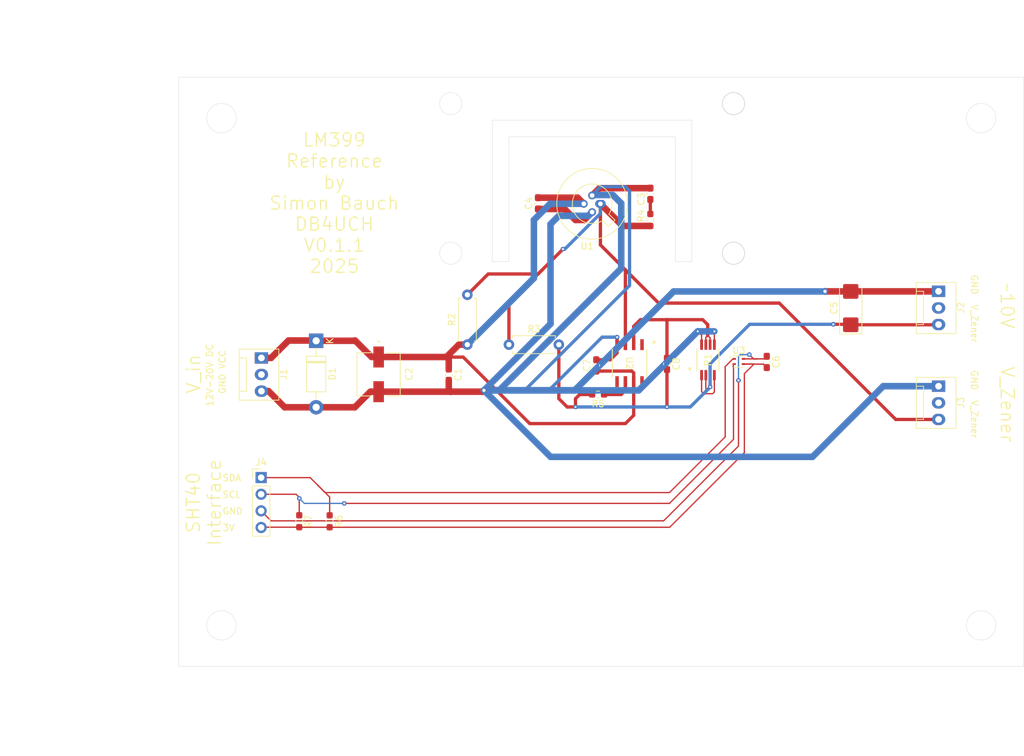
<source format=kicad_pcb>
(kicad_pcb (version 20240108) (generator "pcbnew") (generator_version "8.0")
  (layers (0 "F.Cu" signal) (31 "B.Cu" signal) (34 "B.Paste" user) (35 "F.Paste" user) (36 "B.SilkS" user "B.Silkscreen") (37 "F.SilkS" user "F.Silkscreen") (38 "B.Mask" user) (39 "F.Mask" user) (44 "Edge.Cuts" user))
  (net 0 "")
  (net 1 "VCC")
  (net 2 "GND")
  (net 3 "Net-(C3-Pad1)")
  (net 4 "Net-(J2-Pin_3)")
  (net 8 "Net-(R1-Pad1)")
  (net 12 "GND1")
  (net 13 "Net-(J4-Pin_4)")
  (net 14 "Net-(J4-Pin_1)")
  (net 15 "Net-(J4-Pin_2)")
  (net 16 "/IN-")
  (net 17 "/OUT")
  (net 18 "Net-(J3-Pin_3)")
  (footprint "footprints:CAPAE660X600N" (layer "F.Cu") (at 113.45 99.79 -90)
    (property "Reference" "C2" (at -0.02 -4.64 90) (layer "F.SilkS"))
    (property "Value" "47µ")
    (fp_line (start -3.3 3.3) (end -3.3 1.13) (stroke (width 0.127)) (layer "F.SilkS"))
    (fp_line (start 3.3 3.3) (end -3.3 3.3) (stroke (width 0.127)) (layer "F.SilkS"))
    (fp_line (start 3.3 3.3) (end 3.3 1.13) (stroke (width 0.127)) (layer "F.SilkS"))
    (fp_line (start -3.3 -1.13) (end -3.3 -3.3) (stroke (width 0.127)) (layer "F.SilkS"))
    (fp_line (start -3.3 -3.3) (end 3.3 -3.3) (stroke (width 0.127)) (layer "F.SilkS"))
    (fp_line (start 3.3 -3.3) (end 3.3 -1.13) (stroke (width 0.127)) (layer "F.SilkS"))
    (fp_circle (center -5 0) (end -4.9 0) (stroke (width 0.2)) (fill none) (layer "F.SilkS"))
    (pad "1" smd rect (at -2.65 0 270) (size 3.21 1.62) (layers "F.Cu" "F.Paste" "F.Mask") (net 1 "VCC"))
    (pad "2" smd rect (at 2.65 0 270) (size 3.21 1.62) (layers "F.Cu" "F.Paste" "F.Mask") (net 2 "GND"))
  )
  (footprint "Connector:FanPinHeader_1x03_P2.54mm_Vertical" (layer "F.Cu") (at 198.95 101.6 -90)
    (property "Reference" "J3" (at 2.5 -3.4 90) (layer "F.SilkS"))
    (property "Value" "Conn_01x03_Pin")
    (fp_line (start -1.35 3.4) (end -1.35 -2.65) (stroke (width 0.12)) (layer "F.SilkS"))
    (fp_line (start 6.45 3.4) (end -1.35 3.4) (stroke (width 0.12)) (layer "F.SilkS"))
    (fp_line (start 0 3.3) (end 0 2.29) (stroke (width 0.12)) (layer "F.SilkS"))
    (fp_line (start 0 2.29) (end 5.08 2.29) (stroke (width 0.12)) (layer "F.SilkS"))
    (fp_line (start 5.08 2.29) (end 5.08 3.3) (stroke (width 0.12)) (layer "F.SilkS"))
    (fp_line (start -1.35 -2.65) (end 6.45 -2.65) (stroke (width 0.12)) (layer "F.SilkS"))
    (fp_line (start 6.45 -2.65) (end 6.45 3.4) (stroke (width 0.12)) (layer "F.SilkS"))
    (pad "1" thru_hole rect (at 0 0) (size 2.03 1.73) (drill 1.02) (layers "*.Cu" "*.Mask") (net 2 "GND"))
    (pad "2" thru_hole oval (at 2.54 0) (size 2.03 1.73) (drill 1.02) (layers "*.Cu" "*.Mask"))
    (pad "3" thru_hole oval (at 5.08 0) (size 2.03 1.73) (drill 1.02) (layers "*.Cu" "*.Mask") (net 18 "Net-(J3-Pin_3)"))
  )
  (footprint "Resistor_THT:R_Axial_DIN0207_L6.3mm_D2.5mm_P7.62mm_Horizontal" (layer "F.Cu") (at 133.35 95.25)
    (property "Reference" "R3" (at 3.81 -2.37 0) (layer "F.SilkS"))
    (property "Value" "1.47k")
    (fp_line (start 0.54 -1.37) (end 7.08 -1.37) (stroke (width 0.12)) (layer "F.SilkS"))
    (fp_line (start 0.54 -1.04) (end 0.54 -1.37) (stroke (width 0.12)) (layer "F.SilkS"))
    (fp_line (start 0.54 1.04) (end 0.54 1.37) (stroke (width 0.12)) (layer "F.SilkS"))
    (fp_line (start 0.54 1.37) (end 7.08 1.37) (stroke (width 0.12)) (layer "F.SilkS"))
    (fp_line (start 7.08 -1.37) (end 7.08 -1.04) (stroke (width 0.12)) (layer "F.SilkS"))
    (fp_line (start 7.08 1.37) (end 7.08 1.04) (stroke (width 0.12)) (layer "F.SilkS"))
    (pad "1" thru_hole circle (at 0 0) (size 1.6 1.6) (drill 0.8) (layers "*.Cu" "*.Mask") (net 18 "Net-(J3-Pin_3)"))
    (pad "2" thru_hole oval (at 7.62 0) (size 1.6 1.6) (drill 0.8) (layers "*.Cu" "*.Mask") (net 4 "Net-(J2-Pin_3)"))
  )
  (footprint "Sensor_Humidity:Sensirion_DFN-4_1.5x1.5mm_P0.8mm_SHT4x_NoCentralPad" (layer "F.Cu") (at 168.45 97.823)
    (property "Reference" "U3" (at 0 -1.7 0) (layer "F.SilkS"))
    (property "Value" "SHT4x")
    (fp_line (start -0.75 -0.86) (end 0.75 -0.86) (stroke (width 0.12)) (layer "F.SilkS"))
    (fp_line (start -0.75 0.86) (end 0.75 0.86) (stroke (width 0.12)) (layer "F.SilkS"))
    (fp_poly (pts (xy -1.2 -0.6) (xy -1.48 -0.6) (xy -1.2 -0.88) (xy -1.2 -0.6)) (stroke (width 0.12)) (fill solid) (layer "F.SilkS"))
    (pad "1" smd rect (at -0.7 -0.4) (size 0.5 0.3) (layers "F.Cu" "F.Paste" "F.Mask") (net 14 "Net-(J4-Pin_1)"))
    (pad "2" smd rect (at -0.7 0.4) (size 0.5 0.3) (layers "F.Cu" "F.Paste" "F.Mask") (net 15 "Net-(J4-Pin_2)"))
    (pad "3" smd rect (at 0.7 0.4) (size 0.5 0.3) (layers "F.Cu" "F.Paste" "F.Mask") (net 13 "Net-(J4-Pin_4)"))
    (pad "4" smd rect (at 0.7 -0.4) (size 0.5 0.3) (layers "F.Cu" "F.Paste" "F.Mask") (net 12 "GND1"))
  )
  (footprint "Package_TO_SOT_THT:Analog_TO-46-4_ThermalShield" (layer "F.Cu") (at 147.32 73.73 180)
    (property "Reference" "U1" (at 2.032 -6.477 0) (layer "F.SilkS"))
    (property "Value" "LM399")
    (fp_line (start -0.312331 -2.572281) (end -1.224499 -3.484448) (stroke (width 0.12)) (layer "F.SilkS"))
    (fp_line (start -1.224499 -3.484448) (end -2.214448 -2.494499) (stroke (width 0.12)) (layer "F.SilkS"))
    (fp_line (start -2.214448 -2.494499) (end -1.302281 -1.582331) (stroke (width 0.12)) (layer "F.SilkS"))
    (fp_arc (start -0.312331 -2.572281) (mid 3.405374 2.135551) (end -1.30215 -1.582544) (stroke (width 0.12)) (layer "F.SilkS"))
    (fp_circle (center 1.27 0) (end 6.67 0) (stroke (width 0.12)) (fill none) (layer "F.SilkS"))
    (pad "1" thru_hole oval (at 0 0 180) (size 1.6 1.2) (drill 0.7) (layers "*.Cu" "*.Mask") (net 18 "Net-(J3-Pin_3)"))
    (pad "2" thru_hole circle (at 1.27 1.27 180) (size 1.2 1.2) (drill 0.7) (layers "*.Cu" "*.Mask") (net 2 "GND"))
    (pad "3" thru_hole circle (at 2.54 0 180) (size 1.2 1.2) (drill 0.7) (layers "*.Cu" "*.Mask") (net 1 "VCC"))
    (pad "4" thru_hole circle (at 1.27 -1.27 180) (size 1.2 1.2) (drill 0.7) (layers "*.Cu" "*.Mask") (net 2 "GND"))
  )
  (footprint "Connector_PinHeader_2.54mm:PinHeader_1x04_P2.54mm_Vertical" (layer "F.Cu") (at 95.51 115.57)
    (property "Reference" "J4" (at 0 -2.33 0) (layer "F.SilkS"))
    (property "Value" "Conn_01x04_Pin")
    (fp_line (start -1.33 -1.33) (end 0 -1.33) (stroke (width 0.12)) (layer "F.SilkS"))
    (fp_line (start -1.33 0) (end -1.33 -1.33) (stroke (width 0.12)) (layer "F.SilkS"))
    (fp_line (start -1.33 1.27) (end -1.33 8.95) (stroke (width 0.12)) (layer "F.SilkS"))
    (fp_line (start -1.33 1.27) (end 1.33 1.27) (stroke (width 0.12)) (layer "F.SilkS"))
    (fp_line (start -1.33 8.95) (end 1.33 8.95) (stroke (width 0.12)) (layer "F.SilkS"))
    (fp_line (start 1.33 1.27) (end 1.33 8.95) (stroke (width 0.12)) (layer "F.SilkS"))
    (pad "1" thru_hole rect (at 0 0) (size 1.7 1.7) (drill 1) (layers "*.Cu" "*.Mask") (net 14 "Net-(J4-Pin_1)"))
    (pad "2" thru_hole oval (at 0 2.54) (size 1.7 1.7) (drill 1) (layers "*.Cu" "*.Mask") (net 15 "Net-(J4-Pin_2)"))
    (pad "3" thru_hole oval (at 0 5.08) (size 1.7 1.7) (drill 1) (layers "*.Cu" "*.Mask") (net 12 "GND1"))
    (pad "4" thru_hole oval (at 0 7.62) (size 1.7 1.7) (drill 1) (layers "*.Cu" "*.Mask") (net 13 "Net-(J4-Pin_4)"))
  )
  (footprint "Resistor_SMD:R_0603_1608Metric_Pad0.98x0.95mm_HandSolder" (layer "F.Cu") (at 154.94 76.2 90)
    (property "Reference" "R4" (at 0.635 -1.43 90) (layer "F.SilkS"))
    (property "Value" "5R1")
    (fp_line (start -0.254724 -0.5225) (end 0.254724 -0.5225) (stroke (width 0.12)) (layer "F.SilkS"))
    (fp_line (start -0.254724 0.5225) (end 0.254724 0.5225) (stroke (width 0.12)) (layer "F.SilkS"))
    (pad "1" smd roundrect (at -0.9125 0 90) (size 0.975 0.95) (layers "F.Cu" "F.Paste" "F.Mask") (net 18 "Net-(J3-Pin_3)"))
    (pad "2" smd roundrect (at 0.9125 0 90) (size 0.975 0.95) (layers "F.Cu" "F.Paste" "F.Mask") (net 3 "Net-(C3-Pad1)"))
  )
  (footprint "Capacitor_Tantalum_SMD:CP_EIA-6032-15_Kemet-U_Pad2.25x2.35mm_HandSolder" (layer "F.Cu") (at 185.54 89.665 90)
    (property "Reference" "C5" (at 0 -2.55 90) (layer "F.SilkS"))
    (property "Value" "10u")
    (fp_line (start 3 -1.71) (end -3.935 -1.71) (stroke (width 0.12)) (layer "F.SilkS"))
    (fp_line (start -3.935 -1.71) (end -3.935 1.71) (stroke (width 0.12)) (layer "F.SilkS"))
    (fp_line (start -3.935 1.71) (end 3 1.71) (stroke (width 0.12)) (layer "F.SilkS"))
    (pad "1" smd roundrect (at -2.55 0 90) (size 2.25 2.35) (layers "F.Cu" "F.Paste" "F.Mask") (roundrect_rratio 0.111111) (net 4 "Net-(J2-Pin_3)"))
    (pad "2" smd roundrect (at 2.55 0 90) (size 2.25 2.35) (layers "F.Cu" "F.Paste" "F.Mask") (roundrect_rratio 0.111111) (net 2 "GND"))
  )
  (footprint "Resistor_SMD:R_0603_1608Metric_Pad0.98x0.95mm_HandSolder" (layer "F.Cu") (at 101.33 122.23 -90)
    (property "Reference" "R7" (at 0 -1.43 90) (layer "F.SilkS"))
    (property "Value" "10k")
    (fp_line (start -0.254724 0.5225) (end 0.254724 0.5225) (stroke (width 0.12)) (layer "F.SilkS"))
    (fp_line (start -0.254724 -0.5225) (end 0.254724 -0.5225) (stroke (width 0.12)) (layer "F.SilkS"))
    (pad "1" smd roundrect (at -0.9125 0 270) (size 0.975 0.95) (layers "F.Cu" "F.Paste" "F.Mask") (net 15 "Net-(J4-Pin_2)"))
    (pad "2" smd roundrect (at 0.9125 0 270) (size 0.975 0.95) (layers "F.Cu" "F.Paste" "F.Mask") (net 13 "Net-(J4-Pin_4)"))
  )
  (footprint "Capacitor_SMD:C_0603_1608Metric_Pad1.08x0.95mm_HandSolder" (layer "F.Cu") (at 146.685 98.425 90)
    (property "Reference" "C7" (at 0 -1.43 90) (layer "F.SilkS"))
    (property "Value" "100n")
    (fp_line (start -0.146267 -0.51) (end 0.146267 -0.51) (stroke (width 0.12)) (layer "F.SilkS"))
    (fp_line (start -0.146267 0.51) (end 0.146267 0.51) (stroke (width 0.12)) (layer "F.SilkS"))
    (pad "1" smd roundrect (at -0.8625 0 90) (size 1.075 0.95) (layers "F.Cu" "F.Paste" "F.Mask") (net 1 "VCC"))
    (pad "2" smd roundrect (at 0.8625 0 90) (size 1.075 0.95) (layers "F.Cu" "F.Paste" "F.Mask") (net 2 "GND"))
  )
  (footprint "Diode_THT:D_DO-41_SOD81_P10.16mm_Horizontal" (layer "F.Cu") (at 103.91 94.66 -90)
    (property "Reference" "D1" (at 5.08 -2.47 90) (layer "F.SilkS"))
    (property "Value" "1N4007")
    (fp_line (start 2.36 1.47) (end 7.8 1.47) (stroke (width 0.12)) (layer "F.SilkS"))
    (fp_line (start 7.8 1.47) (end 7.8 -1.47) (stroke (width 0.12)) (layer "F.SilkS"))
    (fp_line (start 1.34 0) (end 2.36 0) (stroke (width 0.12)) (layer "F.SilkS"))
    (fp_line (start 8.82 0) (end 7.8 0) (stroke (width 0.12)) (layer "F.SilkS"))
    (fp_line (start 2.36 -1.47) (end 2.36 1.47) (stroke (width 0.12)) (layer "F.SilkS"))
    (fp_line (start 3.14 -1.47) (end 3.14 1.47) (stroke (width 0.12)) (layer "F.SilkS"))
    (fp_line (start 3.26 -1.47) (end 3.26 1.47) (stroke (width 0.12)) (layer "F.SilkS"))
    (fp_line (start 3.38 -1.47) (end 3.38 1.47) (stroke (width 0.12)) (layer "F.SilkS"))
    (fp_line (start 7.8 -1.47) (end 2.36 -1.47) (stroke (width 0.12)) (layer "F.SilkS"))
    (fp_text user "K" (at 0 -2.1 90) (layer "F.SilkS"))
    (pad "1" thru_hole rect (at 0 0 270) (size 2.2 2.2) (drill 1.1) (layers "*.Cu" "*.Mask") (net 1 "VCC"))
    (pad "2" thru_hole oval (at 10.16 0 270) (size 2.2 2.2) (drill 1.1) (layers "*.Cu" "*.Mask") (net 2 "GND"))
  )
  (footprint "Resistor_SMD:R_0603_1608Metric_Pad0.98x0.95mm_HandSolder" (layer "F.Cu") (at 105.97 122.24 -90)
    (property "Reference" "R6" (at 0 -1.43 90) (layer "F.SilkS"))
    (property "Value" "10k")
    (fp_line (start -0.254724 0.5225) (end 0.254724 0.5225) (stroke (width 0.12)) (layer "F.SilkS"))
    (fp_line (start -0.254724 -0.5225) (end 0.254724 -0.5225) (stroke (width 0.12)) (layer "F.SilkS"))
    (pad "1" smd roundrect (at -0.9125 0 270) (size 0.975 0.95) (layers "F.Cu" "F.Paste" "F.Mask") (net 14 "Net-(J4-Pin_1)"))
    (pad "2" smd roundrect (at 0.9125 0 270) (size 0.975 0.95) (layers "F.Cu" "F.Paste" "F.Mask") (net 13 "Net-(J4-Pin_4)"))
  )
  (footprint "footprints:MSOP-8_MS_LIT-M" (layer "F.Cu") (at 163.74 97.58045 90)
    (property "Reference" "R1" (at 0 0 90) (layer "F.SilkS"))
    (property "Value" "LT5400-3")
    (fp_line (start 1.6764 -1.6764) (end -1.6764 -1.6764) (stroke (width 0.1524)) (layer "F.SilkS"))
    (fp_line (start -1.6764 1.6764) (end 1.6764 1.6764) (stroke (width 0.1524)) (layer "F.SilkS"))
    (fp_text user "*" (at -1.35255 -2.45 90) (layer "F.SilkS"))
    (pad "1" smd rect (at -2.33045 -0.974999 90) (size 1.5621 0.4318) (layers "F.Cu" "F.Paste" "F.Mask") (net 8 "Net-(R1-Pad1)"))
    (pad "2" smd rect (at -2.33045 -0.325001 90) (size 1.5621 0.4318) (layers "F.Cu" "F.Paste" "F.Mask") (net 8 "Net-(R1-Pad1)"))
    (pad "3" smd rect (at -2.33045 0.325001 90) (size 1.5621 0.4318) (layers "F.Cu" "F.Paste" "F.Mask") (net 4 "Net-(J2-Pin_3)"))
    (pad "4" smd rect (at -2.33045 0.974999 90) (size 1.5621 0.4318) (layers "F.Cu" "F.Paste" "F.Mask") (net 8 "Net-(R1-Pad1)"))
    (pad "5" smd rect (at 2.33045 0.974999 90) (size 1.5621 0.4318) (layers "F.Cu" "F.Paste" "F.Mask") (net 2 "GND"))
    (pad "6" smd rect (at 2.33045 0.325001 90) (size 1.5621 0.4318) (layers "F.Cu" "F.Paste" "F.Mask") (net 16 "/IN-"))
    (pad "7" smd rect (at 2.33045 -0.325001 90) (size 1.5621 0.4318) (layers "F.Cu" "F.Paste" "F.Mask") (net 16 "/IN-"))
    (pad "8" smd rect (at 2.33045 -0.974999 90) (size 1.5621 0.4318) (layers "F.Cu" "F.Paste" "F.Mask") (net 2 "GND"))
  )
  (footprint "footprints:SO-8_S_LIT-M" (layer "F.Cu") (at 151.765 98.07575 -90)
    (property "Reference" "U2" (at 0 0 -90) (layer "F.SilkS"))
    (property "Value" "LTC2057IS8-TRPBF")
    (fp_line (start -2.1209 2.6289) (end 2.1209 2.6289) (stroke (width 0.1524)) (layer "F.SilkS"))
    (fp_line (start 2.1209 -2.6289) (end -2.1209 -2.6289) (stroke (width 0.1524)) (layer "F.SilkS"))
    (fp_text user "*" (at -3.20675 -3.429 -90) (layer "F.SilkS"))
    (pad "1" smd rect (at -2.82575 -1.905 270) (size 1.6637 0.5334) (layers "F.Cu" "F.Paste" "F.Mask"))
    (pad "2" smd rect (at -2.82575 -0.635 270) (size 1.6637 0.5334) (layers "F.Cu" "F.Paste" "F.Mask") (net 16 "/IN-"))
    (pad "3" smd rect (at -2.82575 0.635 270) (size 1.6637 0.5334) (layers "F.Cu" "F.Paste" "F.Mask") (net 18 "Net-(J3-Pin_3)"))
    (pad "4" smd rect (at -2.82575 1.905 270) (size 1.6637 0.5334) (layers "F.Cu" "F.Paste" "F.Mask") (net 2 "GND"))
    (pad "5" smd rect (at 2.82575 1.905 270) (size 1.6637 0.5334) (layers "F.Cu" "F.Paste" "F.Mask"))
    (pad "6" smd rect (at 2.82575 0.635 270) (size 1.6637 0.5334) (layers "F.Cu" "F.Paste" "F.Mask") (net 17 "/OUT"))
    (pad "7" smd rect (at 2.82575 -0.635 270) (size 1.6637 0.5334) (layers "F.Cu" "F.Paste" "F.Mask") (net 1 "VCC"))
    (pad "8" smd rect (at 2.82575 -1.905 270) (size 1.6637 0.5334) (layers "F.Cu" "F.Paste" "F.Mask"))
  )
  (footprint "Capacitor_SMD:C_0603_1608Metric_Pad1.08x0.95mm_HandSolder" (layer "F.Cu") (at 154.94 72.2025 90)
    (property "Reference" "C3" (at -0.8225 -1.403753 90) (layer "F.SilkS"))
    (property "Value" "1uF")
    (fp_line (start -0.146267 -0.51) (end 0.146267 -0.51) (stroke (width 0.12)) (layer "F.SilkS"))
    (fp_line (start -0.146267 0.51) (end 0.146267 0.51) (stroke (width 0.12)) (layer "F.SilkS"))
    (pad "1" smd roundrect (at -0.8625 0 90) (size 1.075 0.95) (layers "F.Cu" "F.Paste" "F.Mask") (net 3 "Net-(C3-Pad1)"))
    (pad "2" smd roundrect (at 0.8625 0 90) (size 1.075 0.95) (layers "F.Cu" "F.Paste" "F.Mask") (net 2 "GND"))
  )
  (footprint "Resistor_SMD:R_0603_1608Metric_Pad0.98x0.95mm_HandSolder" (layer "F.Cu") (at 146.9625 102.87 180)
    (property "Reference" "R5" (at 0 -1.43 0) (layer "F.SilkS"))
    (property "Value" "1")
    (fp_line (start -0.254724 0.5225) (end 0.254724 0.5225) (stroke (width 0.12)) (layer "F.SilkS"))
    (fp_line (start -0.254724 -0.5225) (end 0.254724 -0.5225) (stroke (width 0.12)) (layer "F.SilkS"))
    (pad "1" smd roundrect (at -0.9125 0 180) (size 0.975 0.95) (layers "F.Cu" "F.Paste" "F.Mask") (net 17 "/OUT"))
    (pad "2" smd roundrect (at 0.9125 0 180) (size 0.975 0.95) (layers "F.Cu" "F.Paste" "F.Mask") (net 4 "Net-(J2-Pin_3)"))
  )
  (footprint "Capacitor_SMD:C_0603_1608Metric_Pad1.08x0.95mm_HandSolder" (layer "F.Cu") (at 172.72 97.8905 -90)
    (property "Reference" "C6" (at 0 -1.43 90) (layer "F.SilkS"))
    (property "Value" "100nF")
    (fp_line (start -0.146267 0.51) (end 0.146267 0.51) (stroke (width 0.12)) (layer "F.SilkS"))
    (fp_line (start -0.146267 -0.51) (end 0.146267 -0.51) (stroke (width 0.12)) (layer "F.SilkS"))
    (pad "1" smd roundrect (at -0.8625 0 270) (size 1.075 0.95) (layers "F.Cu" "F.Paste" "F.Mask") (net 12 "GND1"))
    (pad "2" smd roundrect (at 0.8625 0 270) (size 1.075 0.95) (layers "F.Cu" "F.Paste" "F.Mask") (net 13 "Net-(J4-Pin_4)"))
  )
  (footprint "Resistor_THT:R_Axial_DIN0207_L6.3mm_D2.5mm_P7.62mm_Horizontal" (layer "F.Cu") (at 127 95.25 90)
    (property "Reference" "R2" (at 3.81 -2.37 90) (layer "F.SilkS"))
    (property "Value" "200k")
    (fp_line (start 7.08 -1.37) (end 7.08 -1.04) (stroke (width 0.12)) (layer "F.SilkS"))
    (fp_line (start 0.54 -1.37) (end 7.08 -1.37) (stroke (width 0.12)) (layer "F.SilkS"))
    (fp_line (start 0.54 -1.04) (end 0.54 -1.37) (stroke (width 0.12)) (layer "F.SilkS"))
    (fp_line (start 0.54 1.04) (end 0.54 1.37) (stroke (width 0.12)) (layer "F.SilkS"))
    (fp_line (start 7.08 1.37) (end 7.08 1.04) (stroke (width 0.12)) (layer "F.SilkS"))
    (fp_line (start 0.54 1.37) (end 7.08 1.37) (stroke (width 0.12)) (layer "F.SilkS"))
    (pad "1" thru_hole circle (at 0 0 90) (size 1.6 1.6) (drill 0.8) (layers "*.Cu" "*.Mask") (net 1 "VCC"))
    (pad "2" thru_hole oval (at 7.62 0 90) (size 1.6 1.6) (drill 0.8) (layers "*.Cu" "*.Mask") (net 18 "Net-(J3-Pin_3)"))
  )
  (footprint "Capacitor_SMD:C_0603_1608Metric_Pad1.08x0.95mm_HandSolder" (layer "F.Cu") (at 137.795 73.66 90)
    (property "Reference" "C4" (at 0 -1.43 90) (layer "F.SilkS"))
    (property "Value" "100nF")
    (fp_line (start -0.146267 -0.51) (end 0.146267 -0.51) (stroke (width 0.12)) (layer "F.SilkS"))
    (fp_line (start -0.146267 0.51) (end 0.146267 0.51) (stroke (width 0.12)) (layer "F.SilkS"))
    (pad "1" smd roundrect (at -0.8625 0 90) (size 1.075 0.95) (layers "F.Cu" "F.Paste" "F.Mask") (net 2 "GND"))
    (pad "2" smd roundrect (at 0.8625 0 90) (size 1.075 0.95) (layers "F.Cu" "F.Paste" "F.Mask") (net 1 "VCC"))
  )
  (footprint "Connector:FanPinHeader_1x03_P2.54mm_Vertical" (layer "F.Cu") (at 95.555 97.28 -90)
    (property "Reference" "J1" (at 2.5 -3.4 90) (layer "F.SilkS"))
    (property "Value" "Conn_01x03_Pin")
    (fp_line (start -1.35 3.4) (end -1.35 -2.65) (stroke (width 0.12)) (layer "F.SilkS"))
    (fp_line (start 6.45 3.4) (end -1.35 3.4) (stroke (width 0.12)) (layer "F.SilkS"))
    (fp_line (start 0 3.3) (end 0 2.29) (stroke (width 0.12)) (layer "F.SilkS"))
    (fp_line (start 0 2.29) (end 5.08 2.29) (stroke (width 0.12)) (layer "F.SilkS"))
    (fp_line (start 5.08 2.29) (end 5.08 3.3) (stroke (width 0.12)) (layer "F.SilkS"))
    (fp_line (start -1.35 -2.65) (end 6.45 -2.65) (stroke (width 0.12)) (layer "F.SilkS"))
    (fp_line (start 6.45 -2.65) (end 6.45 3.4) (stroke (width 0.12)) (layer "F.SilkS"))
    (pad "1" thru_hole rect (at 0 0) (size 2.03 1.73) (drill 1.02) (layers "*.Cu" "*.Mask") (net 1 "VCC"))
    (pad "2" thru_hole oval (at 2.54 0) (size 2.03 1.73) (drill 1.02) (layers "*.Cu" "*.Mask"))
    (pad "3" thru_hole oval (at 5.08 0) (size 2.03 1.73) (drill 1.02) (layers "*.Cu" "*.Mask") (net 2 "GND"))
  )
  (footprint "Capacitor_SMD:C_0603_1608Metric_Pad1.08x0.95mm_HandSolder" (layer "F.Cu") (at 157.48 98.1975 -90)
    (property "Reference" "C8" (at 0 -1.43 90) (layer "F.SilkS"))
    (property "Value" "10n")
    (fp_line (start -0.146267 0.51) (end 0.146267 0.51) (stroke (width 0.12)) (layer "F.SilkS"))
    (fp_line (start -0.146267 -0.51) (end 0.146267 -0.51) (stroke (width 0.12)) (layer "F.SilkS"))
    (pad "1" smd roundrect (at -0.8625 0 270) (size 1.075 0.95) (layers "F.Cu" "F.Paste" "F.Mask") (net 16 "/IN-"))
    (pad "2" smd roundrect (at 0.8625 0 270) (size 1.075 0.95) (layers "F.Cu" "F.Paste" "F.Mask") (net 4 "Net-(J2-Pin_3)"))
  )
  (footprint "Connector:FanPinHeader_1x03_P2.54mm_Vertical" (layer "F.Cu") (at 198.95 87.1 -90)
    (property "Reference" "J2" (at 2.5 -3.4 90) (layer "F.SilkS"))
    (property "Value" "Conn_01x03_Pin")
    (fp_line (start -1.35 3.4) (end -1.35 -2.65) (stroke (width 0.12)) (layer "F.SilkS"))
    (fp_line (start 6.45 3.4) (end -1.35 3.4) (stroke (width 0.12)) (layer "F.SilkS"))
    (fp_line (start 0 3.3) (end 0 2.29) (stroke (width 0.12)) (layer "F.SilkS"))
    (fp_line (start 0 2.29) (end 5.08 2.29) (stroke (width 0.12)) (layer "F.SilkS"))
    (fp_line (start 5.08 2.29) (end 5.08 3.3) (stroke (width 0.12)) (layer "F.SilkS"))
    (fp_line (start -1.35 -2.65) (end 6.45 -2.65) (stroke (width 0.12)) (layer "F.SilkS"))
    (fp_line (start 6.45 -2.65) (end 6.45 3.4) (stroke (width 0.12)) (layer "F.SilkS"))
    (pad "1" thru_hole rect (at 0 0) (size 2.03 1.73) (drill 1.02) (layers "*.Cu" "*.Mask") (net 2 "GND"))
    (pad "2" thru_hole oval (at 2.54 0) (size 2.03 1.73) (drill 1.02) (layers "*.Cu" "*.Mask"))
    (pad "3" thru_hole oval (at 5.08 0) (size 2.03 1.73) (drill 1.02) (layers "*.Cu" "*.Mask") (net 4 "Net-(J2-Pin_3)"))
  )
  (footprint "Capacitor_SMD:C_0603_1608Metric_Pad1.08x0.95mm_HandSolder" (layer "F.Cu") (at 124.16 99.84 -90)
    (property "Reference" "C1" (at 0 -1.43 90) (layer "F.SilkS"))
    (property "Value" "100n")
    (fp_line (start -0.146267 0.51) (end 0.146267 0.51) (stroke (width 0.12)) (layer "F.SilkS"))
    (fp_line (start -0.146267 -0.51) (end 0.146267 -0.51) (stroke (width 0.12)) (layer "F.SilkS"))
    (pad "1" smd roundrect (at -0.8625 0 270) (size 1.075 0.95) (layers "F.Cu" "F.Paste" "F.Mask") (net 1 "VCC"))
    (pad "2" smd roundrect (at 0.8625 0 270) (size 1.075 0.95) (layers "F.Cu" "F.Paste" "F.Mask") (net 2 "GND"))
  )
  (gr_line (start 132.08 60.96) (end 130.81 60.96) (stroke (width 0.05)) (layer "Edge.Cuts"))
  (gr_rect (start 82.95 54.39) (end 211.95 144.39) (stroke (width 0.05)) (fill none) (layer "Edge.Cuts"))
  (gr_line (start 133.35 63.5) (end 158.75 63.5) (stroke (width 0.05)) (layer "Edge.Cuts"))
  (gr_circle (center 124.46 58.42) (end 126.16 58.42) (stroke (width 0.05)) (fill none) (layer "Edge.Cuts"))
  (gr_circle (center 89.45 60.64) (end 91.7 60.64) (stroke (width 0.05)) (fill none) (layer "Edge.Cuts"))
  (gr_line (start 130.81 60.96) (end 130.81 63.5) (stroke (width 0.05)) (layer "Edge.Cuts"))
  (gr_circle (center 205.45 138.14) (end 207.7 138.14) (stroke (width 0.05)) (fill none) (layer "Edge.Cuts"))
  (gr_line (start 161.29 60.96) (end 153.67 60.96) (stroke (width 0.05)) (layer "Edge.Cuts"))
  (gr_circle (center 167.64 58.42) (end 169.34 58.42) (stroke (width 0.1)) (fill none) (layer "Edge.Cuts"))
  (gr_line (start 158.75 63.5) (end 158.75 82.55) (stroke (width 0.05)) (layer "Edge.Cuts"))
  (gr_circle (center 89.45 138.14) (end 91.7 138.14) (stroke (width 0.05)) (fill none) (layer "Edge.Cuts"))
  (gr_circle (center 167.64 81.28) (end 169.34 81.28) (stroke (width 0.1)) (fill none) (layer "Edge.Cuts"))
  (gr_line (start 161.29 61.595) (end 161.29 60.96) (stroke (width 0.05)) (layer "Edge.Cuts"))
  (gr_line (start 133.35 82.55) (end 133.35 63.5) (stroke (width 0.05)) (layer "Edge.Cuts"))
  (gr_line (start 130.81 82.55) (end 133.35 82.55) (stroke (width 0.05)) (layer "Edge.Cuts"))
  (gr_line (start 161.29 82.55) (end 161.29 61.595) (stroke (width 0.05)) (layer "Edge.Cuts"))
  (gr_circle (center 124.46 81.28) (end 126.16 81.28) (stroke (width 0.05)) (fill none) (layer "Edge.Cuts"))
  (gr_circle (center 205.45 60.64) (end 207.7 60.64) (stroke (width 0.05)) (fill none) (layer "Edge.Cuts"))
  (gr_line (start 153.67 60.96) (end 132.08 60.96) (stroke (width 0.05)) (layer "Edge.Cuts"))
  (gr_line (start 158.75 82.55) (end 161.29 82.55) (stroke (width 0.05)) (layer "Edge.Cuts"))
  (gr_line (start 130.81 63.5) (end 130.81 82.55) (stroke (width 0.05)) (layer "Edge.Cuts"))
  (gr_text "SDA" (at 89.535 116.205 0) (layer "F.SilkS") (effects (font (size 1 1)) (justify left bottom)))
  (gr_text "V_Zener" (at 208.28 98.425 270) (layer "F.SilkS") (effects (font (size 2 2) (thickness 0.2)) (justify left bottom)))
  (gr_text "~10V" (at 208.28 85.725 -90) (layer "F.SilkS") (effects (font (size 2 2) (thickness 0.2)) (justify left bottom)))
  (gr_text "3V" (at 89.535 123.825 0) (layer "F.SilkS") (effects (font (size 1 1)) (justify left bottom)))
  (gr_text "GND VCC" (at 90.17 102.87 90) (layer "F.SilkS") (effects (font (size 1 1)) (justify left bottom)))
  (gr_text "LM399\nReference\nby\nSimon Bauch\nDB4UCH\nV0.1.1\n2025" (at 106.68 84.455 0) (layer "F.SilkS") (effects (font (size 2 2) (thickness 0.2)) (justify bottom)))
  (gr_text "GND  V_Zener" (at 203.835 84.455 270) (layer "F.SilkS") (effects (font (size 1 1)) (justify left bottom)))
  (gr_text "SCL" (at 89.535 118.745 0) (layer "F.SilkS") (effects (font (size 1 1)) (justify left bottom)))
  (gr_text "V_in" (at 86.36 102.87 90) (layer "F.SilkS") (effects (font (size 2 2) (thickness 0.2)) (justify left bottom)))
  (gr_text "12V-20V DC" (at 88.265 104.775 90) (layer "F.SilkS") (effects (font (size 1 1)) (justify left bottom)))
  (gr_text "GND" (at 89.535 121.285 0) (layer "F.SilkS") (effects (font (size 1 1)) (justify left bottom)))
  (gr_text "SHT40\nInterface" (at 89.535 119.38 90) (layer "F.SilkS") (effects (font (size 2 2) (thickness 0.2)) (justify bottom)))
  (gr_text "GND  V_Zener" (at 203.835 99.06 270) (layer "F.SilkS") (effects (font (size 1 1)) (justify left bottom)))
  (segment (start 103.91 94.66) (end 109.81 94.66) (width 1) (layer "F.Cu") (net 1))
  (segment (start 97.03 97.28) (end 99.695 94.615) (width 1) (layer "F.Cu") (net 1))
  (segment (start 124.518503 97.14) (end 124.533503 97.155) (width 0.5) (layer "F.Cu") (net 1))
  (segment (start 152.4 106.045) (end 152.4 100.9015) (width 0.5) (layer "F.Cu") (net 1))
  (segment (start 146.685 99.2875) (end 152.11785 99.2875) (width 0.5) (layer "F.Cu") (net 1))
  (segment (start 113.45 97.14) (end 123.81 97.14) (width 1) (layer "F.Cu") (net 1))
  (segment (start 112.38 97.14) (end 113.45 97.14) (width 1) (layer "F.Cu") (net 1))
  (segment (start 125.7 95.25) (end 123.81 97.14) (width 1) (layer "F.Cu") (net 1))
  (segment (start 143.8475 72.7975) (end 137.795 72.7975) (width 1) (layer "F.Cu") (net 1))
  (segment (start 152.11785 99.2875) (end 152.4 99.56965) (width 0.5) (layer "F.Cu") (net 1))
  (segment (start 95.555 97.28) (end 97.03 97.28) (width 1) (layer "F.Cu") (net 1))
  (segment (start 109.855 94.615) (end 112.38 97.14) (width 1) (layer "F.Cu") (net 1))
  (segment (start 124.533503 97.155) (end 126.365 97.155) (width 0.5) (layer "F.Cu") (net 1))
  (segment (start 99.695 94.615) (end 103.865 94.615) (width 1) (layer "F.Cu") (net 1))
  (segment (start 144.78 73.73) (end 143.8475 72.7975) (width 1) (layer "F.Cu") (net 1))
  (segment (start 126.365 97.155) (end 136.525 107.315) (width 0.5) (layer "F.Cu") (net 1))
  (segment (start 127 95.25) (end 125.7 95.25) (width 1) (layer "F.Cu") (net 1))
  (segment (start 109.81 94.66) (end 109.855 94.615) (width 1) (layer "F.Cu") (net 1))
  (segment (start 124.16 97.49) (end 124.16 98.9775) (width 1) (layer "F.Cu") (net 1))
  (segment (start 151.13 107.315) (end 152.4 106.045) (width 0.5) (layer "F.Cu") (net 1))
  (segment (start 152.4 99.56965) (end 152.4 100.9015) (width 0.5) (layer "F.Cu") (net 1))
  (segment (start 123.81 97.14) (end 124.518503 97.14) (width 0.5) (layer "F.Cu") (net 1))
  (segment (start 136.525 107.315) (end 151.13 107.315) (width 0.5) (layer "F.Cu") (net 1))
  (segment (start 123.81 97.14) (end 124.16 97.49) (width 1) (layer "F.Cu") (net 1))
  (segment (start 139.63 73.73) (end 137.16 76.2) (width 1) (layer "B.Cu") (net 1))
  (segment (start 137.16 76.2) (end 137.16 85.09) (width 1) (layer "B.Cu") (net 1))
  (segment (start 144.78 73.73) (end 139.63 73.73) (width 1) (layer "B.Cu") (net 1))
  (segment (start 137.16 85.09) (end 127 95.25) (width 1) (layer "B.Cu") (net 1))
  (segment (start 144.85 76.2) (end 143.51 76.2) (width 1) (layer "F.Cu") (net 2))
  (segment (start 164.714999 93.222001) (end 164.719 93.218) (width 0.2) (layer "F.Cu") (net 2))
  (segment (start 162.765001 95.25) (end 162.765001 93.804001) (width 0.2) (layer "F.Cu") (net 2))
  (segment (start 113.45 102.44) (end 124.46 102.44) (width 1) (layer "F.Cu") (net 2))
  (segment (start 129.335 102.44) (end 124.46 102.44) (width 1) (layer "F.Cu") (net 2))
  (segment (start 129.54 102.235) (end 129.335 102.44) (width 1) (layer "F.Cu") (net 2))
  (segment (start 141.8325 74.5225) (end 137.795 74.5225) (width 1) (layer "F.Cu") (net 2))
  (segment (start 154.94 71.34) (end 147.17 71.34) (width 1) (layer "F.Cu") (net 2))
  (segment (start 99.105 104.82) (end 103.91 104.82) (width 1) (layer "F.Cu") (net 2))
  (segment (start 124.16 100.7025) (end 124.16 102.14) (width 1) (layer "F.Cu") (net 2))
  (segment (start 164.714999 95.25) (end 164.714999 93.222001) (width 0.2) (layer "F.Cu") (net 2))
  (segment (start 162.765001 93.804001) (end 162.179 93.218) (width 0.2) (layer "F.Cu") (net 2))
  (segment (start 95.555 102.36) (end 96.645 102.36) (width 1) (layer "F.Cu") (net 2))
  (segment (start 149.86 95.25) (end 149.86 94.107) (width 0.5) (layer "F.Cu") (net 2))
  (segment (start 124.16 102.14) (end 124.46 102.44) (width 1) (layer "F.Cu") (net 2))
  (segment (start 185.54 87.115) (end 181.603 87.115) (width 1) (layer "F.Cu") (net 2))
  (segment (start 109.81 104.82) (end 112.19 102.44) (width 1) (layer "F.Cu") (net 2))
  (segment (start 185.54 87.115) (end 198.935 87.115) (width 1) (layer "F.Cu") (net 2))
  (segment (start 147.17 71.34) (end 146.05 72.46) (width 1) (layer "F.Cu") (net 2))
  (segment (start 143.51 76.2) (end 141.8325 74.5225) (width 1) (layer "F.Cu") (net 2))
  (segment (start 149.86 96.52) (end 149.86 95.25) (width 0.5) (layer "F.Cu") (net 2))
  (segment (start 96.645 102.36) (end 99.105 104.82) (width 1) (layer "F.Cu") (net 2))
  (segment (start 148.8175 97.5625) (end 146.685 97.5625) (width 0.5) (layer "F.Cu") (net 2))
  (segment (start 103.91 104.82) (end 109.81 104.82) (width 1) (layer "F.Cu") (net 2))
  (segment (start 148.8175 97.5625) (end 149.86 96.52) (width 0.5) (layer "F.Cu") (net 2))
  (segment (start 146.05 75) (end 144.85 76.2) (width 1) (layer "F.Cu") (net 2))
  (segment (start 112.19 102.44) (end 113.45 102.44) (width 1) (layer "F.Cu") (net 2))
  (via (at 129.54 102.235) (size 1) (drill 0.5) (layers "F.Cu" "B.Cu") (net 2))
  (via (at 181.603 87.115) (size 1) (drill 0.5) (layers "F.Cu" "B.Cu") (net 2))
  (via (at 162.179 93.218) (size 0.7) (drill 0.3) (layers "F.Cu" "B.Cu") (net 2))
  (via (at 149.86 94.107) (size 0.7) (drill 0.3) (layers "F.Cu" "B.Cu") (net 2))
  (via (at 164.719 93.218) (size 0.7) (drill 0.3) (layers "F.Cu" "B.Cu") (net 2))
  (segment (start 140.97 75.565) (end 139.7 76.835) (width 1) (layer "B.Cu") (net 2))
  (segment (start 129.54 102.235) (end 139.7 112.395) (width 1) (layer "B.Cu") (net 2))
  (segment (start 181.596 87.122) (end 158.496 87.122) (width 1) (layer "B.Cu") (net 2))
  (segment (start 143.383 102.235) (end 133.35 102.235) (width 1) (layer "B.Cu") (net 2))
  (segment (start 147.574 94.107) (end 139.446 102.235) (width 0.5) (layer "B.Cu") (net 2))
  (segment (start 139.7 112.395) (end 179.705 112.395) (width 1) (layer "B.Cu") (net 2))
  (segment (start 132.715 102.235) (end 131.953 102.235) (width 1) (layer "B.Cu") (net 2))
  (segment (start 146.12 72.39) (end 146.05 72.46) (width 1) (layer "B.Cu") (net 2))
  (segment (start 145.485 75.565) (end 140.97 75.565) (width 1) (layer "B.Cu") (net 2))
  (segment (start 149.225 72.39) (end 146.12 72.39) (width 1) (layer "B.Cu") (net 2))
  (segment (start 181.603 87.115) (end 181.596 87.122) (width 1) (layer "B.Cu") (net 2))
  (segment (start 150.495 73.66) (end 149.225 72.39) (width 1) (layer "B.Cu") (net 2))
  (segment (start 151.765 71.755) (end 151.765 86.222767) (width 0.5) (layer "B.Cu") (net 2))
  (segment (start 146.05 75) (end 145.485 75.565) (width 1) (layer "B.Cu") (net 2))
  (segment (start 146.05 72.46) (end 146.685 71.825) (width 0.5) (layer "B.Cu") (net 2))
  (segment (start 132.715 102.235) (end 136.525 102.235) (width 1) (layer "B.Cu") (net 2))
  (segment (start 162.179 93.218) (end 153.162 102.235) (width 1) (layer "B.Cu") (net 2))
  (segment (start 131.445 102.235) (end 131.863679 102.235) (width 1) (layer "B.Cu") (net 2))
  (segment (start 147.32 71.12) (end 151.13 71.12) (width 0.5) (layer "B.Cu") (net 2))
  (segment (start 139.7 76.835) (end 139.7 92.075) (width 1) (layer "B.Cu") (net 2))
  (segment (start 164.719 93.218) (end 162.179 93.218) (width 1) (layer "B.Cu") (net 2))
  (segment (start 149.86 94.107) (end 147.574 94.107) (width 0.5) (layer "B.Cu") (net 2))
  (segment (start 179.705 112.395) (end 190.5 101.6) (width 1) (layer "B.Cu") (net 2))
  (segment (start 131.953 102.235) (end 129.54 102.235) (width 1) (layer "B.Cu") (net 2))
  (segment (start 150.495 83.603679) (end 150.495 73.66) (width 1) (layer "B.Cu") (net 2))
  (segment (start 136.525 102.235) (end 153.162 102.235) (width 1) (layer "B.Cu") (net 2))
  (segment (start 146.685 71.825) (end 146.685 71.755) (width 0.5) (layer "B.Cu") (net 2))
  (segment (start 139.446 102.235) (end 132.715 102.235) (width 0.5) (layer "B.Cu") (net 2))
  (segment (start 151.13 71.12) (end 151.765 71.755) (width 0.5) (layer "B.Cu") (net 2))
  (segment (start 139.7 92.075) (end 129.54 102.235) (width 1) (layer "B.Cu") (net 2))
  (segment (start 131.863679 102.235) (end 150.495 83.603679) (width 1) (layer "B.Cu") (net 2))
  (segment (start 146.685 71.755) (end 147.32 71.12) (width 0.5) (layer "B.Cu") (net 2))
  (segment (start 129.54 102.235) (end 131.445 102.235) (width 1) (layer "B.Cu") (net 2))
  (segment (start 158.496 87.122) (end 143.383 102.235) (width 1) (layer "B.Cu") (net 2))
  (segment (start 190.5 101.6) (end 198.95 101.6) (width 1) (layer "B.Cu") (net 2))
  (segment (start 151.765 86.222767) (end 135.752767 102.235) (width 0.5) (layer "B.Cu") (net 2))
  (segment (start 135.752767 102.235) (end 131.953 102.235) (width 0.5) (layer "B.Cu") (net 2))
  (segment (start 129.54 102.235) (end 132.715 102.235) (width 1) (layer "B.Cu") (net 2))
  (segment (start 154.94 75.2875) (end 154.94 73.065) (width 0.5) (layer "F.Cu") (net 3))
  (segment (start 164.065001 101.708001) (end 164.065001 99.9109) (width 0.2) (layer "F.Cu") (net 4))
  (segment (start 142.24 104.775) (end 140.97 103.505) (width 0.5) (layer "F.Cu") (net 4))
  (segment (start 143.51 103.505) (end 144.145 102.87) (width 0.5) (layer "F.Cu") (net 4))
  (segment (start 140.97 103.505) (end 140.97 95.25) (width 0.5) (layer "F.Cu") (net 4))
  (segment (start 182.88 92.14) (end 185.465 92.14) (width 0.5) (layer "F.Cu") (net 4))
  (segment (start 143.51 104.775) (end 142.24 104.775) (width 0.5) (layer "F.Cu") (net 4))
  (segment (start 143.51 104.775) (end 143.51 103.505) (width 0.5) (layer "F.Cu") (net 4))
  (segment (start 157.48 99.06) (end 157.48 104.775) (width 0.5) (layer "F.Cu") (net 4))
  (segment (start 144.145 102.87) (end 146.05 102.87) (width 0.5) (layer "F.Cu") (net 4))
  (segment (start 185.54 92.215) (end 198.915 92.215) (width 0.5) (layer "F.Cu") (net 4))
  (via (at 182.88 92.14) (size 0.7) (drill 0.3) (layers "F.Cu" "B.Cu") (net 4))
  (via (at 157.48 104.775) (size 0.7) (drill 0.3) (layers "F.Cu" "B.Cu") (net 4))
  (via (at 164.065001 101.708001) (size 0.7) (drill 0.3) (layers "F.Cu" "B.Cu") (net 4))
  (via (at 143.51 104.775) (size 0.7) (drill 0.3) (layers "F.Cu" "B.Cu") (net 4))
  (segment (start 161.036 104.775) (end 164.065001 101.745999) (width 0.5) (layer "B.Cu") (net 4))
  (segment (start 182.88 92.14) (end 170.115 92.14) (width 0.5) (layer "B.Cu") (net 4))
  (segment (start 164.065001 98.189999) (end 164.065001 101.708001) (width 0.5) (layer "B.Cu") (net 4))
  (segment (start 164.065001 101.745999) (end 164.065001 101.708001) (width 0.5) (layer "B.Cu") (net 4))
  (segment (start 170.115 92.14) (end 164.065001 98.189999) (width 0.5) (layer "B.Cu") (net 4))
  (segment (start 143.51 104.775) (end 161.036 104.775) (width 0.5) (layer "B.Cu") (net 4))
  (segment (start 164.714999 99.9109) (end 164.714999 102.493001) (width 0.2) (layer "F.Cu") (net 8))
  (segment (start 163.068 102.743) (end 162.765001 102.440001) (width 0.2) (layer "F.Cu") (net 8))
  (segment (start 164.465 102.743) (end 163.449 102.743) (width 0.2) (layer "F.Cu") (net 8))
  (segment (start 164.714999 102.493001) (end 164.465 102.743) (width 0.2) (layer "F.Cu") (net 8))
  (segment (start 163.414999 102.708999) (end 163.449 102.743) (width 0.2) (layer "F.Cu") (net 8))
  (segment (start 163.414999 99.9109) (end 163.414999 102.708999) (width 0.2) (layer "F.Cu") (net 8))
  (segment (start 162.765001 102.440001) (end 162.765001 99.9109) (width 0.2) (layer "F.Cu") (net 8))
  (segment (start 163.449 102.743) (end 163.068 102.743) (width 0.2) (layer "F.Cu") (net 8))
  (segment (start 156.972 122.174) (end 97.034 122.174) (width 0.2) (layer "F.Cu") (net 12))
  (segment (start 168.402 110.744) (end 156.972 122.174) (width 0.2) (layer "F.Cu") (net 12))
  (segment (start 168.402 100.711) (end 168.402 110.744) (width 0.2) (layer "F.Cu") (net 12))
  (segment (start 171.196 97.423) (end 172.325 97.423) (width 0.2) (layer "F.Cu") (net 12))
  (segment (start 170.053 96.774) (end 170.702 97.423) (width 0.2) (layer "F.Cu") (net 12))
  (segment (start 172.325 97.423) (end 172.72 97.028) (width 0.2) (layer "F.Cu") (net 12))
  (segment (start 170.702 97.423) (end 171.196 97.423) (width 0.2) (layer "F.Cu") (net 12))
  (segment (start 97.034 122.174) (end 95.51 120.65) (width 0.2) (layer "F.Cu") (net 12))
  (segment (start 169.15 97.423) (end 171.196 97.423) (width 0.2) (layer "F.Cu") (net 12))
  (via (at 168.402 100.711) (size 0.7) (drill 0.3) (layers "F.Cu" "B.Cu") (net 12))
  (via (at 170.053 96.774) (size 0.7) (drill 0.3) (layers "F.Cu" "B.Cu") (net 12))
  (segment (start 168.402 100.711) (end 168.402 97.028) (width 0.2) (layer "B.Cu") (net 12))
  (segment (start 168.656 96.774) (end 170.053 96.774) (width 0.2) (layer "B.Cu") (net 12))
  (segment (start 168.402 97.028) (end 168.656 96.774) (width 0.2) (layer "B.Cu") (net 12))
  (segment (start 157.8985 123.1525) (end 105.97 123.1525) (width 0.2) (layer "F.Cu") (net 13))
  (segment (start 169.3 99.686) (end 169.3 111.751) (width 0.2) (layer "F.Cu") (net 13))
  (segment (start 172.19 98.223) (end 172.72 98.753) (width 0.2) (layer "F.Cu") (net 13))
  (segment (start 170.763 98.223) (end 169.3 99.686) (width 0.2) (layer "F.Cu") (net 13))
  (segment (start 169.3 111.751) (end 157.8985 123.1525) (width 0.2) (layer "F.Cu") (net 13))
  (segment (start 169.15 98.223) (end 172.19 98.223) (width 0.2) (layer "F.Cu") (net 13))
  (segment (start 105.97 123.1525) (end 101.34 123.1525) (width 0.2) (layer "F.Cu") (net 13))
  (segment (start 101.33 123.1425) (end 95.5575 123.1425) (width 0.2) (layer "F.Cu") (net 13))
  (segment (start 169.15 98.223) (end 170.763 98.223) (width 0.2) (layer "F.Cu") (net 13))
  (segment (start 105.97 121.3275) (end 105.97 118.543) (width 0.2) (layer "F.Cu") (net 14))
  (segment (start 105.283 117.856) (end 104.14 116.713) (width 0.2) (layer "F.Cu") (net 14))
  (segment (start 102.997 115.57) (end 95.51 115.57) (width 0.2) (layer "F.Cu") (net 14))
  (segment (start 167.55 97.423) (end 166.37 98.603) (width 0.2) (layer "F.Cu") (net 14))
  (segment (start 167.75 97.423) (end 167.55 97.423) (width 0.2) (layer "F.Cu") (net 14))
  (segment (start 166.37 109.347) (end 157.861 117.856) (width 0.2) (layer "F.Cu") (net 14))
  (segment (start 157.861 117.856) (end 105.283 117.856) (width 0.2) (layer "F.Cu") (net 14))
  (segment (start 104.14 116.713) (end 102.997 115.57) (width 0.2) (layer "F.Cu") (net 14))
  (segment (start 166.37 98.603) (end 166.37 109.347) (width 0.2) (layer "F.Cu") (net 14))
  (segment (start 105.97 118.543) (end 104.14 116.713) (width 0.2) (layer "F.Cu") (net 14))
  (segment (start 167.6 98.331578) (end 167.6 98.614422) (width 0.2) (layer "F.Cu") (net 15))
  (segment (start 100.838 118.11) (end 95.51 118.11) (width 0.2) (layer "F.Cu") (net 15))
  (segment (start 167.708578 98.223) (end 167.6 98.331578) (width 0.2) (layer "F.Cu") (net 15))
  (segment (start 167.64 98.654422) (end 167.64 109.728) (width 0.2) (layer "F.Cu") (net 15))
  (segment (start 101.33 118.634) (end 101.346 118.618) (width 0.2) (layer "F.Cu") (net 15))
  (segment (start 167.64 109.728) (end 157.861 119.507) (width 0.2) (layer "F.Cu") (net 15))
  (segment (start 167.6 98.614422) (end 167.64 98.654422) (width 0.2) (layer "F.Cu") (net 15))
  (segment (start 101.346 118.618) (end 100.838 118.11) (width 0.2) (layer "F.Cu") (net 15))
  (segment (start 157.861 119.507) (end 108.204 119.507) (width 0.2) (layer "F.Cu") (net 15))
  (segment (start 101.33 121.3175) (end 101.33 118.634) (width 0.2) (layer "F.Cu") (net 15))
  (via (at 101.346 118.745) (size 0.7) (drill 0.3) (layers "F.Cu" "B.Cu") (net 15))
  (via (at 108.204 119.507) (size 0.7) (drill 0.3) (layers "F.Cu" "B.Cu") (net 15))
  (segment (start 108.204 119.507) (end 102.108 119.507) (width 0.2) (layer "B.Cu") (net 15))
  (segment (start 102.108 119.507) (end 101.346 118.745) (width 0.2) (layer "B.Cu") (net 15))
  (segment (start 163.703 92.202) (end 162.941 91.44) (width 0.5) (layer "F.Cu") (net 16))
  (segment (start 162.941 91.44) (end 157.48 91.44) (width 0.5) (layer "F.Cu") (net 16))
  (segment (start 163.703 93.853) (end 163.703 92.202) (width 0.5) (layer "F.Cu") (net 16))
  (segment (start 157.48 97.335) (end 157.48 91.44) (width 0.5) (layer "F.Cu") (net 16))
  (segment (start 163.414999 94.141001) (end 163.703 93.853) (width 0.2) (layer "F.Cu") (net 16))
  (segment (start 152.4 92.456) (end 152.4 95.25) (width 0.5) (layer "F.Cu") (net 16))
  (segment (start 153.416 91.44) (end 152.4 92.456) (width 0.5) (layer "F.Cu") (net 16))
  (segment (start 163.414999 95.25) (end 163.414999 94.141001) (width 0.2) (layer "F.Cu") (net 16))
  (segment (start 157.48 91.44) (end 153.416 91.44) (width 0.5) (layer "F.Cu") (net 16))
  (segment (start 164.065001 94.215001) (end 164.065001 95.25) (width 0.2) (layer "F.Cu") (net 16))
  (segment (start 163.703 93.853) (end 164.065001 94.215001) (width 0.2) (layer "F.Cu") (net 16))
  (segment (start 147.875 102.87) (end 150.495 102.87) (width 0.5) (layer "F.Cu") (net 17))
  (segment (start 150.495 102.87) (end 151.13 102.235) (width 0.5) (layer "F.Cu") (net 17))
  (segment (start 151.13 102.235) (end 151.13 100.9015) (width 0.5) (layer "F.Cu") (net 17))
  (segment (start 147.32 73.73) (end 147.32 80.01) (width 0.5) (layer "F.Cu") (net 18))
  (segment (start 137.795 84.455) (end 138.43 83.82) (width 0.5) (layer "F.Cu") (net 18))
  (segment (start 156.21 88.9) (end 174.625 88.9) (width 0.5) (layer "F.Cu") (net 18))
  (segment (start 127 87.63) (end 130.175 84.455) (width 0.5) (layer "F.Cu") (net 18))
  (segment (start 150.7025 77.1125) (end 147.32 73.73) (width 1) (layer "F.Cu") (net 18))
  (segment (start 147.32 80.01) (end 151.13 83.82) (width 0.5) (layer "F.Cu") (net 18))
  (segment (start 192.405 106.68) (end 198.95 106.68) (width 0.5) (layer "F.Cu") (net 18))
  (segment (start 154.94 77.1125) (end 150.7025 77.1125) (width 1) (layer "F.Cu") (net 18))
  (segment (start 133.35 88.9) (end 141.605 80.645) (width 0.5) (layer "F.Cu") (net 18))
  (segment (start 174.625 88.9) (end 192.405 106.68) (width 0.5) (layer "F.Cu") (net 18))
  (segment (start 151.13 83.82) (end 156.21 88.9) (width 0.5) (layer "F.Cu") (net 18))
  (segment (start 130.175 84.455) (end 137.795 84.455) (width 0.5) (layer "F.Cu") (net 18))
  (segment (start 133.35 95.25) (end 133.35 88.9) (width 0.5) (layer "F.Cu") (net 18))
  (segment (start 151.13 83.82) (end 151.13 95.25) (width 0.5) (layer "F.Cu") (net 18))
  (via (at 141.605 80.645) (size 0.7) (drill 0.3) (layers "F.Cu" "B.Cu") (net 18))
  (segment (start 141.889925 80.645) (end 147.32 75.214925) (width 0.5) (layer "B.Cu") (net 18))
  (segment (start 141.605 80.645) (end 141.889925 80.645) (width 0.5) (layer "B.Cu") (net 18))
  (segment (start 147.32 75.214925) (end 147.32 73.73) (width 0.5) (layer "B.Cu") (net 18))
)
</source>
